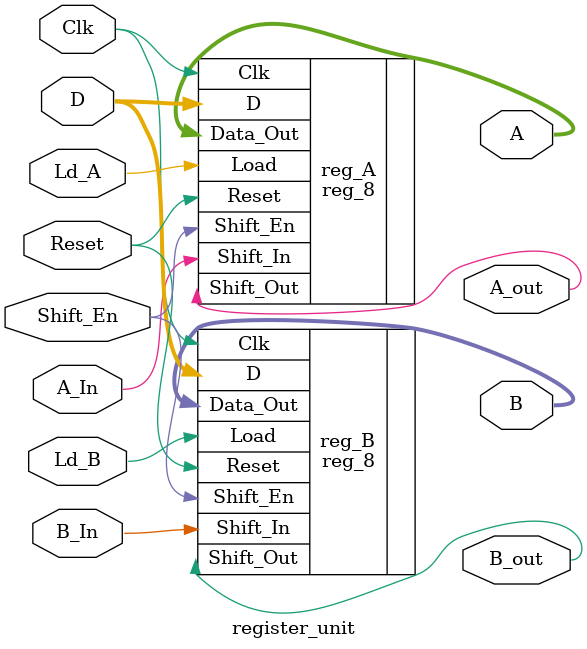
<source format=sv>
module register_unit (
	input  logic        Clk, 
	input  logic        Reset,
	input  logic        A_In,
	input  logic        B_In,
	input  logic        Ld_A,
	input  logic        Ld_B, 
	input  logic        Shift_En,
	input  logic [7:0]  D, 

	output logic        A_out, 
	output logic        B_out, 
	output logic [7:0]  A,
	output logic [7:0]  B
);



	reg_8 reg_A (
		.Clk            (Clk), 
		.Reset          (Reset),

		.Shift_In       (A_In), 
		.Load           (Ld_A), 
		.Shift_En       (Shift_En),
		.D              (D),

		.Shift_Out      (A_out),
		.Data_Out       (A)
	);

	reg_8 reg_B (
		.Clk            (Clk), 
		.Reset          (Reset),

		.Shift_In       (B_In), 
		.Load           (Ld_B), 
		.Shift_En       (Shift_En),
		.D              (D),

		.Shift_Out      (B_out),
		.Data_Out       (B)
	);


endmodule

</source>
